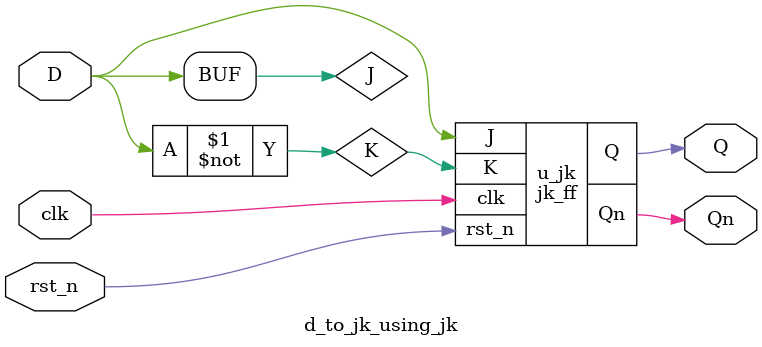
<source format=v>
`timescale 1ns / 1ps
module jk_ff (
    input  wire J,
    input  wire K,
    input  wire clk,
    input  wire rst_n,   // Active-low asynchronous reset
    output reg  Q,
    output wire Qn
);
    assign Qn = ~Q;

    always @(posedge clk or negedge rst_n) begin
        if (!rst_n)
            Q <= 1'b0;           // Reset
        else begin
            case ({J,K})
                2'b00: Q <= Q;    // Hold
                2'b01: Q <= 1'b0; // Reset
                2'b10: Q <= 1'b1; // Set
                2'b11: Q <= ~Q;   // Toggle
            endcase
        end
    end
endmodule
module d_to_jk_using_jk (
    input  wire D,
    input  wire clk,
    input  wire rst_n,
    output wire Q,
    output wire Qn
);
    wire J, K;

    // Generate JK inputs from D
    assign J = D;      // Set when D=1
    assign K = ~D;     // Reset when D=0

    // Instantiate JK flip-flop
    jk_ff u_jk (
        .J(J),
        .K(K),
        .clk(clk),
        .rst_n(rst_n),
        .Q(Q),
        .Qn(Qn)
    );
endmodule


</source>
